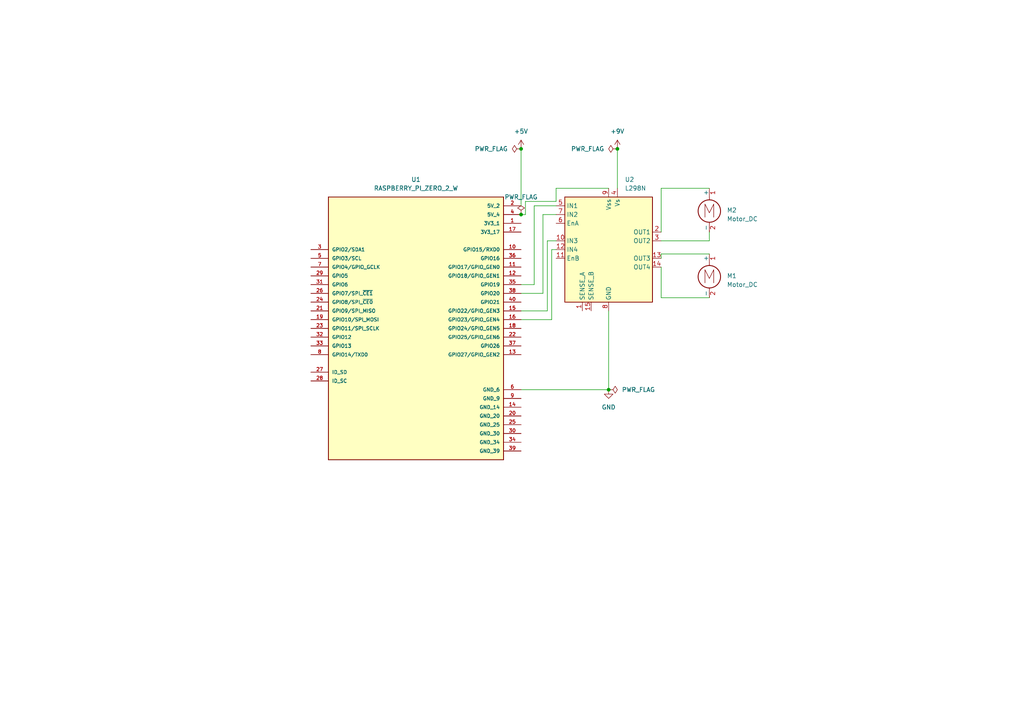
<source format=kicad_sch>
(kicad_sch (version 20250114) (generator "eeschema") (generator_version "9.0")
  (paper "A4")
  (lib_symbols
    (symbol "Driver_Motor:L298N"
      (property "Reference" "U" (at -10.16 16.51 0))
      (property "Value" "L298N" (at 12.7 16.51 0))
      (symbol "L298N_0_1"
        (rectangle (start -12.7 15.24) (end 12.7 -15.24) (stroke (width 0.254)) (fill (type background)))
      )
      (symbol "L298N_1_1"
        (pin input line (at -15.24 12.7 0) (length 2.54) (name "IN1") (number "5"))
        (pin input line (at -15.24 10.16 0) (length 2.54) (name "IN2") (number "7"))
        (pin input line (at -15.24 7.62 0) (length 2.54) (name "EnA") (number "6"))
        (pin input line (at -15.24 2.54 0) (length 2.54) (name "IN3") (number "10"))
        (pin input line (at -15.24 0 0) (length 2.54) (name "IN4") (number "12"))
        (pin input line (at -15.24 -2.54 0) (length 2.54) (name "EnB") (number "11"))
        (pin input line (at -7.62 -17.78 90) (length 2.54) (name "SENSE_A") (number "1"))
        (pin input line (at -5.08 -17.78 90) (length 2.54) (name "SENSE_B") (number "15"))
        (pin power_in line (at 0 17.78 270) (length 2.54) (name "Vss") (number "9"))
        (pin power_in line (at 0 -17.78 90) (length 2.54) (name "GND") (number "8"))
        (pin power_in line (at 2.54 17.78 270) (length 2.54) (name "Vs") (number "4"))
        (pin output line (at 15.24 5.08 180) (length 2.54) (name "OUT1") (number "2"))
        (pin output line (at 15.24 2.54 180) (length 2.54) (name "OUT2") (number "3"))
        (pin output line (at 15.24 -2.54 180) (length 2.54) (name "OUT3") (number "13"))
        (pin output line (at 15.24 -5.08 180) (length 2.54) (name "OUT4") (number "14"))
      )
    )
    (symbol "Motor:Motor_DC" (pin_names (offset 0))
      (property "Reference" "M" (at 2.54 2.54 0))
      (property "Value" "Motor_DC" (at 2.54 -5.08 0))
      (symbol "Motor_DC_0_0"
        (polyline (pts (xy -1.27 -3.302) (xy -1.27 0.508) (xy 0 -2.032) (xy 1.27 0.508) (xy 1.27 -3.302)))
      )
      (symbol "Motor_DC_0_1"
        (polyline (pts (xy 0 2.032) (xy 0 2.54)))
        (polyline (pts (xy 0 1.7272) (xy 0 2.0828)))
        (circle (center 0 -1.524) (radius 3.2512) (stroke (width 0.254)))
        (polyline (pts (xy 0 -4.7752) (xy 0 -5.1816)))
        (polyline (pts (xy 0 -7.62) (xy 0 -7.112)))
      )
      (symbol "Motor_DC_1_1"
        (pin passive line (at 0 5.08 270) (length 2.54) (name "+") (number "1"))
        (pin passive line (at 0 -7.62 90) (length 2.54) (name "-") (number "2"))
      )
    )
    (symbol "RASPBERRY_PI_ZERO_2_W:RASPBERRY_PI_ZERO_2_W" (pin_names (offset 1.016))
      (property "Reference" "U" (at -25.42 39.3962 0))
      (property "Value" "RASPBERRY_PI_ZERO_2_W" (at -25.4191 -40.6687 0))
      (symbol "RASPBERRY_PI_ZERO_2_W_0_0"
        (rectangle (start -25.4 -38.1) (end 25.4 38.1) (stroke (width 0.254)) (fill (type background)))
        (pin bidirectional line (at -30.48 22.86 0) (length 5.08) (name "GPIO2/SDA1") (number "3"))
        (pin bidirectional line (at -30.48 20.32 0) (length 5.08) (name "GPIO3/SCL") (number "5"))
        (pin bidirectional line (at -30.48 17.78 0) (length 5.08) (name "GPIO4/GPIO_GCLK") (number "7"))
        (pin bidirectional line (at -30.48 15.24 0) (length 5.08) (name "GPIO5") (number "29"))
        (pin bidirectional line (at -30.48 12.7 0) (length 5.08) (name "GPIO6") (number "31"))
        (pin bidirectional line (at -30.48 10.16 0) (length 5.08) (name "GPIO7/SPI_~{CE1}") (number "26"))
        (pin bidirectional line (at -30.48 7.62 0) (length 5.08) (name "GPIO8/SPI_~{CE0}") (number "24"))
        (pin bidirectional line (at -30.48 5.08 0) (length 5.08) (name "GPIO9/SPI_MISO") (number "21"))
        (pin bidirectional line (at -30.48 2.54 0) (length 5.08) (name "GPIO10/SPI_MOSI") (number "19"))
        (pin bidirectional line (at -30.48 0 0) (length 5.08) (name "GPIO11/SPI_SCLK") (number "23"))
        (pin bidirectional line (at -30.48 -2.54 0) (length 5.08) (name "GPIO12") (number "32"))
        (pin bidirectional line (at -30.48 -5.08 0) (length 5.08) (name "GPIO13") (number "33"))
        (pin bidirectional line (at -30.48 -7.62 0) (length 5.08) (name "GPIO14/TXD0") (number "8"))
        (pin bidirectional line (at -30.48 -12.7 0) (length 5.08) (name "ID_SD") (number "27"))
        (pin bidirectional line (at -30.48 -15.24 0) (length 5.08) (name "ID_SC") (number "28"))
        (pin power_in line (at 30.48 35.56 180) (length 5.08) (name "5V_2") (number "2"))
        (pin power_in line (at 30.48 33.02 180) (length 5.08) (name "5V_4") (number "4"))
        (pin power_in line (at 30.48 30.48 180) (length 5.08) (name "3V3_1") (number "1"))
        (pin power_in line (at 30.48 27.94 180) (length 5.08) (name "3V3_17") (number "17"))
        (pin bidirectional line (at 30.48 22.86 180) (length 5.08) (name "GPIO15/RXD0") (number "10"))
        (pin bidirectional line (at 30.48 20.32 180) (length 5.08) (name "GPIO16") (number "36"))
        (pin bidirectional line (at 30.48 17.78 180) (length 5.08) (name "GPIO17/GPIO_GEN0") (number "11"))
        (pin bidirectional line (at 30.48 15.24 180) (length 5.08) (name "GPIO18/GPIO_GEN1") (number "12"))
        (pin bidirectional line (at 30.48 12.7 180) (length 5.08) (name "GPIO19") (number "35"))
        (pin bidirectional line (at 30.48 10.16 180) (length 5.08) (name "GPIO20") (number "38"))
        (pin bidirectional line (at 30.48 7.62 180) (length 5.08) (name "GPIO21") (number "40"))
        (pin bidirectional line (at 30.48 5.08 180) (length 5.08) (name "GPIO22/GPIO_GEN3") (number "15"))
        (pin bidirectional line (at 30.48 2.54 180) (length 5.08) (name "GPIO23/GPIO_GEN4") (number "16"))
        (pin bidirectional line (at 30.48 0 180) (length 5.08) (name "GPIO24/GPIO_GEN5") (number "18"))
        (pin bidirectional line (at 30.48 -2.54 180) (length 5.08) (name "GPIO25/GPIO_GEN6") (number "22"))
        (pin bidirectional line (at 30.48 -5.08 180) (length 5.08) (name "GPIO26") (number "37"))
        (pin bidirectional line (at 30.48 -7.62 180) (length 5.08) (name "GPIO27/GPIO_GEN2") (number "13"))
        (pin power_in line (at 30.48 -17.78 180) (length 5.08) (name "GND_6") (number "6"))
        (pin power_in line (at 30.48 -20.32 180) (length 5.08) (name "GND_9") (number "9"))
        (pin power_in line (at 30.48 -22.86 180) (length 5.08) (name "GND_14") (number "14"))
        (pin power_in line (at 30.48 -25.4 180) (length 5.08) (name "GND_20") (number "20"))
        (pin power_in line (at 30.48 -27.94 180) (length 5.08) (name "GND_25") (number "25"))
        (pin power_in line (at 30.48 -30.48 180) (length 5.08) (name "GND_30") (number "30"))
        (pin power_in line (at 30.48 -33.02 180) (length 5.08) (name "GND_34") (number "34"))
        (pin power_in line (at 30.48 -35.56 180) (length 5.08) (name "GND_39") (number "39"))
      )
    )
    (symbol "power:+5V" (power) (pin_numbers (hide yes)) (pin_names (offset 0) (hide yes))
      (property "Value" "+5V" (at 0 3.556 0))
      (symbol "+5V_0_1"
        (polyline (pts (xy -0.762 1.27) (xy 0 2.54)))
        (polyline (pts (xy 0 2.54) (xy 0.762 1.27)))
        (polyline (pts (xy 0 0) (xy 0 2.54)))
      )
      (symbol "+5V_1_1"
        (pin power_in line (at 0 0 90) (length 0) (name "~") (number "1"))
      )
    )
    (symbol "power:+9V" (power) (pin_numbers (hide yes)) (pin_names (offset 0) (hide yes))
      (property "Value" "+9V" (at 0 3.556 0))
      (symbol "+9V_0_1"
        (polyline (pts (xy -0.762 1.27) (xy 0 2.54)))
        (polyline (pts (xy 0 2.54) (xy 0.762 1.27)))
        (polyline (pts (xy 0 0) (xy 0 2.54)))
      )
      (symbol "+9V_1_1"
        (pin power_in line (at 0 0 90) (length 0) (name "~") (number "1"))
      )
    )
    (symbol "power:GND" (power) (pin_numbers (hide yes)) (pin_names (offset 0) (hide yes))
      (property "Value" "GND" (at 0 -3.81 0))
      (symbol "GND_0_1"
        (polyline (pts (xy 0 0) (xy 0 -1.27) (xy 1.27 -1.27) (xy 0 -2.54) (xy -1.27 -1.27) (xy 0 -1.27)))
      )
      (symbol "GND_1_1"
        (pin power_in line (at 0 0 270) (length 0) (name "~") (number "1"))
      )
    )
    (symbol "power:PWR_FLAG" (power) (pin_numbers (hide yes)) (pin_names (offset 0) (hide yes))
      (property "Value" "PWR_FLAG" (at 0 3.81 0))
      (symbol "PWR_FLAG_0_0"
        (pin power_out line (at 0 0 90) (length 0) (name "~") (number "1"))
      )
      (symbol "PWR_FLAG_0_1"
        (polyline (pts (xy 0 0) (xy 0 1.27) (xy -1.016 1.905) (xy 0 2.54) (xy 1.016 1.905) (xy 0 1.27)))
      )
    )
  )
  (junction (at 151.13 62.23))
  (junction (at 179.07 43.18))
  (junction (at 176.53 113.03))
  (junction (at 151.13 43.18))
  (wire (pts (xy 160.02 72.39) (xy 161.29 72.39)))
  (wire (pts (xy 151.13 90.17) (xy 158.75 90.17)))
  (wire (pts (xy 151.13 82.55) (xy 154.94 82.55)))
  (wire (pts (xy 157.48 62.23) (xy 161.29 62.23)))
  (wire (pts (xy 154.94 59.69) (xy 161.29 59.69)))
  (wire (pts (xy 151.13 92.71) (xy 160.02 92.71)))
  (wire (pts (xy 191.77 54.61) (xy 205.74 54.61)))
  (wire (pts (xy 152.4 62.23) (xy 152.4 58.42)))
  (wire (pts (xy 158.75 90.17) (xy 158.75 69.85)))
  (wire (pts (xy 157.48 85.09) (xy 157.48 62.23)))
  (wire (pts (xy 160.02 92.71) (xy 160.02 72.39)))
  (wire (pts (xy 176.53 90.17) (xy 176.53 113.03)))
  (wire (pts (xy 158.75 69.85) (xy 161.29 69.85)))
  (wire (pts (xy 191.77 77.47) (xy 191.77 86.36)))
  (wire (pts (xy 191.77 69.85) (xy 205.74 69.85)))
  (wire (pts (xy 151.13 113.03) (xy 176.53 113.03)))
  (wire (pts (xy 161.29 54.61) (xy 176.53 54.61)))
  (wire (pts (xy 151.13 43.18) (xy 151.13 59.69)))
  (wire (pts (xy 151.13 62.23) (xy 152.4 62.23)))
  (wire (pts (xy 205.74 73.66) (xy 191.77 73.66)))
  (wire (pts (xy 191.77 67.31) (xy 191.77 54.61)))
  (wire (pts (xy 179.07 43.18) (xy 179.07 54.61)))
  (wire (pts (xy 154.94 82.55) (xy 154.94 59.69)))
  (wire (pts (xy 161.29 58.42) (xy 161.29 54.61)))
  (wire (pts (xy 152.4 58.42) (xy 161.29 58.42)))
  (wire (pts (xy 191.77 86.36) (xy 205.74 86.36)))
  (wire (pts (xy 205.74 69.85) (xy 205.74 67.31)))
  (wire (pts (xy 191.77 73.66) (xy 191.77 74.93)))
  (wire (pts (xy 151.13 85.09) (xy 157.48 85.09)))
  (symbol (lib_id "power:GND") (at 176.53 113.03 0) (unit 1)
    (property "Reference" "#PWR02" (effects (hide yes)))
    (property "Value" "GND" (at 176.53 118.11 0))
    (property "Description" "Power symbol creates a global label with name \"GND\" , ground" (effects (hide yes)))
  )
  (symbol (lib_id "power:PWR_FLAG") (at 179.07 43.18 90) (unit 1)
    (property "Reference" "#FLG02" (effects (hide yes)))
    (property "Value" "PWR_FLAG" (at 175.26 43.1799 90) (effects (justify left)))
    (property "Description" "Special symbol for telling ERC where power comes from" (effects (hide yes)))
  )
  (symbol (lib_id "Motor:Motor_DC") (at 205.74 59.69 0) (unit 1)
    (property "Reference" "M2" (at 210.82 60.9599 0) (effects (justify left)))
    (property "Value" "Motor_DC" (at 210.82 63.4999 0) (effects (justify left)))
    (property "Description" "DC Motor" (effects (hide yes)))
  )
  (symbol (lib_id "Motor:Motor_DC") (at 205.74 78.74 0) (unit 1)
    (property "Reference" "M1" (at 210.82 80.0099 0) (effects (justify left)))
    (property "Value" "Motor_DC" (at 210.82 82.5499 0) (effects (justify left)))
    (property "Description" "DC Motor" (effects (hide yes)))
  )
  (symbol (lib_id "power:PWR_FLAG") (at 151.13 43.18 90) (unit 1)
    (property "Reference" "#FLG01" (effects (hide yes)))
    (property "Value" "PWR_FLAG" (at 147.32 43.1799 90) (effects (justify left)))
    (property "Description" "Special symbol for telling ERC where power comes from" (effects (hide yes)))
  )
  (symbol (lib_id "power:+9V") (at 179.07 43.18 0) (unit 1)
    (property "Reference" "#PWR01" (effects (hide yes)))
    (property "Value" "+9V" (at 179.07 38.1 0))
    (property "Description" "Power symbol creates a global label with name \"+9V\"" (effects (hide yes)))
  )
  (symbol (lib_id "power:+5V") (at 151.13 43.18 0) (unit 1)
    (property "Reference" "#PWR03" (effects (hide yes)))
    (property "Value" "+5V" (at 151.13 38.1 0))
    (property "Description" "Power symbol creates a global label with name \"+5V\"" (effects (hide yes)))
  )
  (symbol (lib_id "Driver_Motor:L298N") (at 176.53 72.39 0) (unit 1)
    (property "Reference" "U2" (at 181.2133 52.07 0) (effects (justify left)))
    (property "Value" "L298N" (at 181.2133 54.61 0) (effects (justify left)))
    (property "Footprint" "Package_TO_SOT_THT:TO-220-15_P2.54x5.08mm_StaggerOdd_Lead4.58mm_Vertical" (effects (hide yes)))
    (property "Datasheet" "http://www.st.com/st-web-ui/static/active/en/resource/technical/document/datasheet/CD00000240.pdf" (effects (hide yes)))
    (property "Description" "Dual full bridge motor driver, up to 46V, 4A, Multiwatt15-V" (effects (hide yes)))
  )
  (symbol (lib_id "power:PWR_FLAG") (at 176.53 113.03 270) (unit 1)
    (property "Reference" "#FLG03" (effects (hide yes)))
    (property "Value" "PWR_FLAG" (at 180.34 113.0299 90) (effects (justify left)))
    (property "Description" "Special symbol for telling ERC where power comes from" (effects (hide yes)))
  )
  (symbol (lib_id "RASPBERRY_PI_ZERO_2_W:RASPBERRY_PI_ZERO_2_W") (at 120.65 95.25 0) (unit 1)
    (property "Reference" "U1" (at 120.65 52.07 0))
    (property "Value" "RASPBERRY_PI_ZERO_2_W" (at 120.65 54.61 0))
    (property "Footprint" "RASPBERRY_PI_ZERO_2_W:MODULE_RASPBERRY_PI_ZERO_2_W" (effects (hide yes)))
    (property "MF" "Raspberry Pi" (effects (hide yes)))
    (property "Description_1" "At the heart of Raspberry Pi Zero 2 W is RP3A0, a custom-built system-in-package designed by Raspberry Pi in the UK." (effects (hide yes)))
    (property "Package" "None" (effects (hide yes)))
    (property "Price" "None" (effects (hide yes)))
    (property "Check_prices" "https://www.snapeda.com/parts/RASPBERRY%20PI%20ZERO%202%20W/Raspberry+Pi/view-part/?ref=eda" (effects (hide yes)))
    (property "STANDARD" "Manufacturer Recommendations" (effects (hide yes)))
    (property "PARTREV" "April 2024" (effects (hide yes)))
    (property "SnapEDA_Link" "https://www.snapeda.com/parts/RASPBERRY%20PI%20ZERO%202%20W/Raspberry+Pi/view-part/?ref=snap" (effects (hide yes)))
    (property "MP" "RASPBERRY PI ZERO 2 W" (effects (hide yes)))
    (property "Availability" "In Stock" (effects (hide yes)))
    (property "MANUFACTURER" "Raspberry Pi" (effects (hide yes)))
  )
  (symbol (lib_id "power:PWR_FLAG") (at 151.13 62.23 0) (unit 1)
    (property "Reference" "#FLG04" (effects (hide yes)))
    (property "Value" "PWR_FLAG" (at 151.13 57.15 0))
    (property "Description" "Special symbol for telling ERC where power comes from" (effects (hide yes)))
  )
)
</source>
